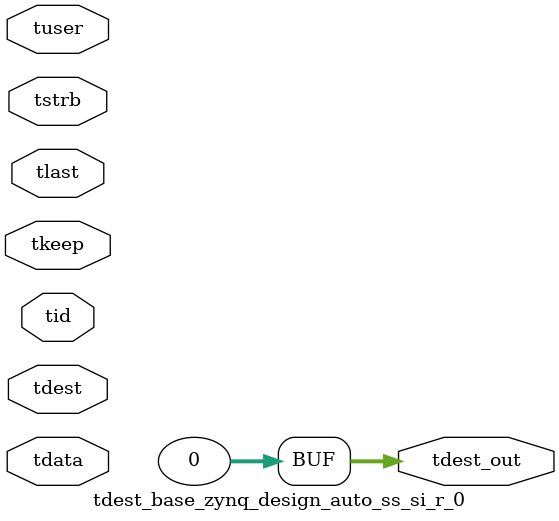
<source format=v>


`timescale 1ps/1ps

module tdest_base_zynq_design_auto_ss_si_r_0 #
(
parameter C_S_AXIS_TDATA_WIDTH = 32,
parameter C_S_AXIS_TUSER_WIDTH = 0,
parameter C_S_AXIS_TID_WIDTH   = 0,
parameter C_S_AXIS_TDEST_WIDTH = 0,
parameter C_M_AXIS_TDEST_WIDTH = 32
)
(
input  [(C_S_AXIS_TDATA_WIDTH == 0 ? 1 : C_S_AXIS_TDATA_WIDTH)-1:0     ] tdata,
input  [(C_S_AXIS_TUSER_WIDTH == 0 ? 1 : C_S_AXIS_TUSER_WIDTH)-1:0     ] tuser,
input  [(C_S_AXIS_TID_WIDTH   == 0 ? 1 : C_S_AXIS_TID_WIDTH)-1:0       ] tid,
input  [(C_S_AXIS_TDEST_WIDTH == 0 ? 1 : C_S_AXIS_TDEST_WIDTH)-1:0     ] tdest,
input  [(C_S_AXIS_TDATA_WIDTH/8)-1:0 ] tkeep,
input  [(C_S_AXIS_TDATA_WIDTH/8)-1:0 ] tstrb,
input                                                                    tlast,
output [C_M_AXIS_TDEST_WIDTH-1:0] tdest_out
);

assign tdest_out = {1'b0};

endmodule


</source>
